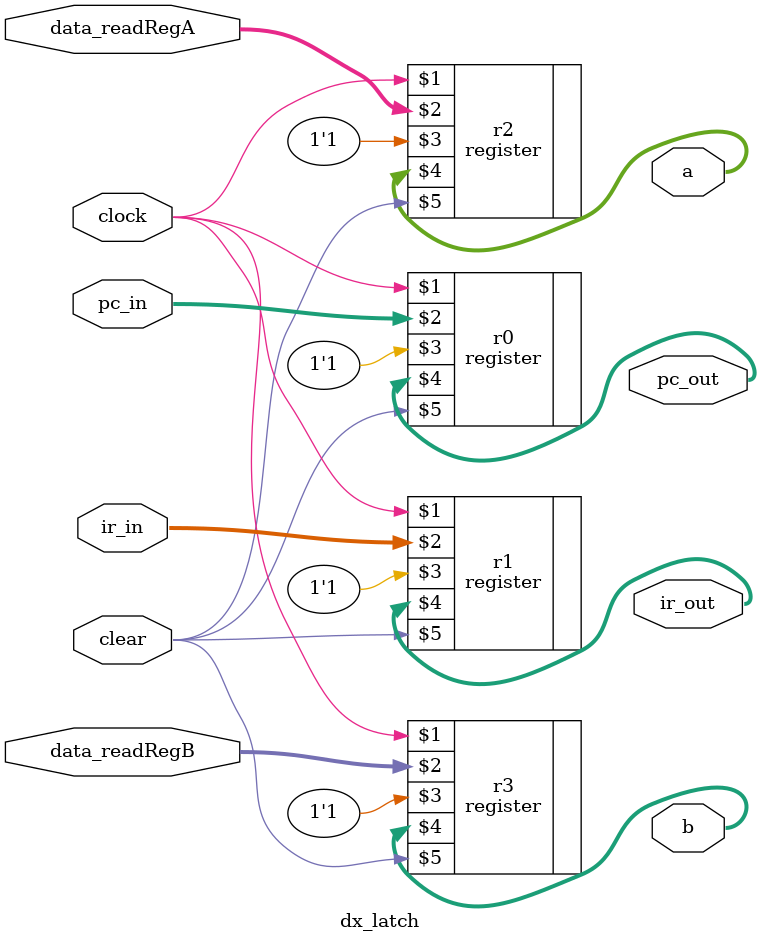
<source format=v>
module dx_latch(a, b, pc_out, ir_out, data_readRegA, data_readRegB, pc_in, ir_in, clock, clear);

    input clock, clear;
    input [31:0] pc_in, ir_in, data_readRegA, data_readRegB;
    output [31:0] pc_out, ir_out, a, b;

    register r0(clock, pc_in, 1'b1, pc_out, clear);
    register r1(clock, ir_in, 1'b1, ir_out, clear);
    register r2(clock, data_readRegA, 1'b1, a, clear);
    register r3(clock, data_readRegB, 1'b1, b, clear);

endmodule
</source>
